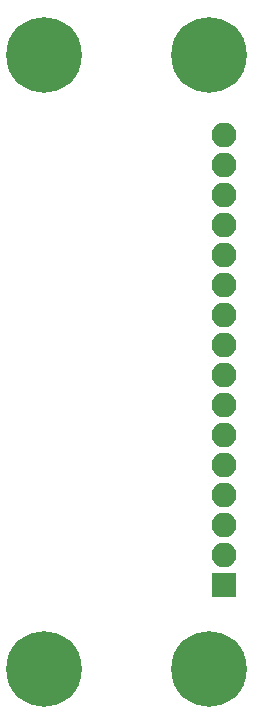
<source format=gbs>
G04 #@! TF.GenerationSoftware,KiCad,Pcbnew,6.0.2+dfsg-1*
G04 #@! TF.CreationDate,2022-07-08T08:01:06-07:00*
G04 #@! TF.ProjectId,behavior_panel,62656861-7669-46f7-925f-70616e656c2e,rev?*
G04 #@! TF.SameCoordinates,Original*
G04 #@! TF.FileFunction,Soldermask,Bot*
G04 #@! TF.FilePolarity,Negative*
%FSLAX46Y46*%
G04 Gerber Fmt 4.6, Leading zero omitted, Abs format (unit mm)*
G04 Created by KiCad (PCBNEW 6.0.2+dfsg-1) date 2022-07-08 08:01:06*
%MOMM*%
%LPD*%
G01*
G04 APERTURE LIST*
G04 Aperture macros list*
%AMRoundRect*
0 Rectangle with rounded corners*
0 $1 Rounding radius*
0 $2 $3 $4 $5 $6 $7 $8 $9 X,Y pos of 4 corners*
0 Add a 4 corners polygon primitive as box body*
4,1,4,$2,$3,$4,$5,$6,$7,$8,$9,$2,$3,0*
0 Add four circle primitives for the rounded corners*
1,1,$1+$1,$2,$3*
1,1,$1+$1,$4,$5*
1,1,$1+$1,$6,$7*
1,1,$1+$1,$8,$9*
0 Add four rect primitives between the rounded corners*
20,1,$1+$1,$2,$3,$4,$5,0*
20,1,$1+$1,$4,$5,$6,$7,0*
20,1,$1+$1,$6,$7,$8,$9,0*
20,1,$1+$1,$8,$9,$2,$3,0*%
G04 Aperture macros list end*
%ADD10C,6.400000*%
%ADD11RoundRect,0.200000X0.850000X0.850000X-0.850000X0.850000X-0.850000X-0.850000X0.850000X-0.850000X0*%
%ADD12O,2.100000X2.100000*%
G04 APERTURE END LIST*
D10*
X127000000Y-43000000D03*
X141000000Y-43000000D03*
X127000000Y-95000000D03*
X141000000Y-95000000D03*
D11*
X142240000Y-87884000D03*
D12*
X142240000Y-85344000D03*
X142240000Y-82804000D03*
X142240000Y-80264000D03*
X142240000Y-77724000D03*
X142240000Y-75184000D03*
X142240000Y-72644000D03*
X142240000Y-70104000D03*
X142240000Y-67564000D03*
X142240000Y-65024000D03*
X142240000Y-62484000D03*
X142240000Y-59944000D03*
X142240000Y-57404000D03*
X142240000Y-54864000D03*
X142240000Y-52324000D03*
X142240000Y-49784000D03*
M02*

</source>
